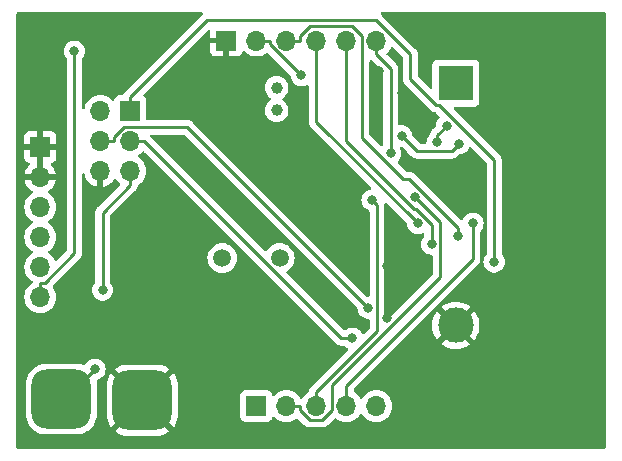
<source format=gbr>
%TF.GenerationSoftware,KiCad,Pcbnew,7.0.7*%
%TF.CreationDate,2024-12-30T17:22:27+01:00*%
%TF.ProjectId,Movement5037,4d6f7665-6d65-46e7-9435-3033372e6b69,rev?*%
%TF.SameCoordinates,Original*%
%TF.FileFunction,Copper,L2,Bot*%
%TF.FilePolarity,Positive*%
%FSLAX46Y46*%
G04 Gerber Fmt 4.6, Leading zero omitted, Abs format (unit mm)*
G04 Created by KiCad (PCBNEW 7.0.7) date 2024-12-30 17:22:27*
%MOMM*%
%LPD*%
G01*
G04 APERTURE LIST*
G04 Aperture macros list*
%AMRoundRect*
0 Rectangle with rounded corners*
0 $1 Rounding radius*
0 $2 $3 $4 $5 $6 $7 $8 $9 X,Y pos of 4 corners*
0 Add a 4 corners polygon primitive as box body*
4,1,4,$2,$3,$4,$5,$6,$7,$8,$9,$2,$3,0*
0 Add four circle primitives for the rounded corners*
1,1,$1+$1,$2,$3*
1,1,$1+$1,$4,$5*
1,1,$1+$1,$6,$7*
1,1,$1+$1,$8,$9*
0 Add four rect primitives between the rounded corners*
20,1,$1+$1,$2,$3,$4,$5,0*
20,1,$1+$1,$4,$5,$6,$7,0*
20,1,$1+$1,$6,$7,$8,$9,0*
20,1,$1+$1,$8,$9,$2,$3,0*%
G04 Aperture macros list end*
%TA.AperFunction,ComponentPad*%
%ADD10R,1.700000X1.700000*%
%TD*%
%TA.AperFunction,ComponentPad*%
%ADD11O,1.700000X1.700000*%
%TD*%
%TA.AperFunction,ComponentPad*%
%ADD12C,1.000000*%
%TD*%
%TA.AperFunction,ComponentPad*%
%ADD13C,1.500000*%
%TD*%
%TA.AperFunction,SMDPad,CuDef*%
%ADD14RoundRect,1.250000X1.250000X1.250000X-1.250000X1.250000X-1.250000X-1.250000X1.250000X-1.250000X0*%
%TD*%
%TA.AperFunction,ComponentPad*%
%ADD15R,3.000000X3.000000*%
%TD*%
%TA.AperFunction,ComponentPad*%
%ADD16C,3.000000*%
%TD*%
%TA.AperFunction,ViaPad*%
%ADD17C,0.800000*%
%TD*%
%TA.AperFunction,Conductor*%
%ADD18C,0.250000*%
%TD*%
G04 APERTURE END LIST*
D10*
%TO.P,J1,1,Pin_1*%
%TO.N,/WS2812_D*%
X87376000Y-96354000D03*
D11*
%TO.P,J1,2,Pin_2*%
%TO.N,/TM1637_CLK*%
X89916000Y-96354000D03*
%TO.P,J1,3,Pin_3*%
%TO.N,/TM1637_DIO*%
X92456000Y-96354000D03*
%TO.P,J1,4,Pin_4*%
%TO.N,/TIMEC*%
X94996000Y-96354000D03*
%TO.P,J1,5,Pin_5*%
%TO.N,/TIMED*%
X97536000Y-96354000D03*
%TD*%
D12*
%TO.P,Y2,1,1*%
%TO.N,Net-(U2-X1)*%
X89090000Y-69408000D03*
%TO.P,Y2,2,2*%
%TO.N,Net-(U2-X2)*%
X89090000Y-71308000D03*
%TD*%
D13*
%TO.P,Y1,1,1*%
%TO.N,Net-(U3-XTAL2{slash}PB7)*%
X84486500Y-83820000D03*
%TO.P,Y1,2,2*%
%TO.N,Net-(U3-XTAL1{slash}PB6)*%
X89366500Y-83820000D03*
%TD*%
D10*
%TO.P,J4,1,Pin_1*%
%TO.N,GND*%
X84836000Y-65405000D03*
D11*
%TO.P,J4,2,Pin_2*%
%TO.N,/1HZ*%
X87376000Y-65405000D03*
%TO.P,J4,3,Pin_3*%
%TO.N,/BTNC*%
X89916000Y-65405000D03*
%TO.P,J4,4,Pin_4*%
%TO.N,/BTNB*%
X92456000Y-65405000D03*
%TO.P,J4,5,Pin_5*%
%TO.N,/BTNA*%
X94996000Y-65405000D03*
%TO.P,J4,6,Pin_6*%
%TO.N,+5V*%
X97536000Y-65405000D03*
%TD*%
D14*
%TO.P,J8,1,1*%
%TO.N,Net-(D2-A)*%
X70866000Y-95758000D03*
%TD*%
%TO.P,J5,1,1*%
%TO.N,GND*%
X77724000Y-95854000D03*
%TD*%
D10*
%TO.P,J6,1,Pin_1*%
%TO.N,GND*%
X69088000Y-74422000D03*
D11*
%TO.P,J6,2,Pin_2*%
X69088000Y-76962000D03*
%TO.P,J6,3,Pin_3*%
%TO.N,Net-(D1-A)*%
X69088000Y-79502000D03*
%TO.P,J6,4,Pin_4*%
%TO.N,Net-(J6-Pin_4)*%
X69088000Y-82042000D03*
%TO.P,J6,5,Pin_5*%
%TO.N,Net-(J6-Pin_5)*%
X69088000Y-84582000D03*
%TO.P,J6,6,Pin_6*%
%TO.N,Net-(J6-Pin_6)*%
X69088000Y-87122000D03*
%TD*%
D15*
%TO.P,BT1,1,+*%
%TO.N,Net-(BT1-+)*%
X104267000Y-69030000D03*
D16*
%TO.P,BT1,2,-*%
%TO.N,GND*%
X104267000Y-89520000D03*
%TD*%
D10*
%TO.P,J7,1,MISO*%
%TO.N,Net-(J7-MISO)*%
X76708000Y-71374000D03*
D11*
%TO.P,J7,2,VCC*%
%TO.N,Net-(D3-A)*%
X74168000Y-71374000D03*
%TO.P,J7,3,SCK*%
%TO.N,Net-(J7-SCK)*%
X76708000Y-73914000D03*
%TO.P,J7,4,MOSI*%
%TO.N,Net-(J7-MOSI)*%
X74168000Y-73914000D03*
%TO.P,J7,5,~{RST}*%
%TO.N,/RST*%
X76708000Y-76454000D03*
%TO.P,J7,6,GND*%
%TO.N,GND*%
X74168000Y-76454000D03*
%TD*%
D17*
%TO.N,GND*%
X113665000Y-80010000D03*
X98425000Y-84455000D03*
X67945000Y-63500000D03*
X88900000Y-73660000D03*
X109855000Y-86360000D03*
X109855000Y-83185000D03*
X111760000Y-81915000D03*
X89535000Y-87630000D03*
X109220000Y-79375000D03*
X113665000Y-97790000D03*
X68580000Y-89535000D03*
X83820000Y-96520000D03*
X83185000Y-92075000D03*
X79375000Y-65405000D03*
X82550000Y-71120000D03*
X79375000Y-71120000D03*
X106680000Y-86995000D03*
X111125000Y-84455000D03*
X114935000Y-85090000D03*
X113030000Y-71755000D03*
X97790000Y-67945000D03*
X92710000Y-92710000D03*
X100330000Y-93980000D03*
X99695000Y-86360000D03*
X109220000Y-76200000D03*
X98425000Y-88900000D03*
X101600000Y-89535000D03*
X99695000Y-69850000D03*
X101600000Y-65405000D03*
X88265000Y-81915000D03*
%TO.N,Net-(J6-Pin_6)*%
X71969300Y-66304100D03*
%TO.N,/TM1637_DIO*%
X97178200Y-78913600D03*
%TO.N,/TM1637_CLK*%
X100848000Y-78688400D03*
%TO.N,/1HZ*%
X91200300Y-68362300D03*
%TO.N,/SDA*%
X104530100Y-74148700D03*
X99696300Y-73478700D03*
%TO.N,Net-(J7-MOSI)*%
X96843300Y-88058200D03*
%TO.N,Net-(J7-SCK)*%
X95515000Y-90612800D03*
%TO.N,Net-(J7-MISO)*%
X107514500Y-84150900D03*
%TO.N,/TIMEC*%
X105719100Y-80888500D03*
%TO.N,/BTNA*%
X102237600Y-82656000D03*
%TO.N,/BTNB*%
X101060700Y-80895500D03*
%TO.N,/BTNC*%
X104451000Y-81974400D03*
%TO.N,Net-(D2-A)*%
X73718600Y-93235000D03*
%TO.N,+5V*%
X98747200Y-74961900D03*
%TO.N,/RST*%
X74371600Y-86539300D03*
X103517200Y-72601500D03*
X102690400Y-74025000D03*
%TD*%
D18*
%TO.N,Net-(J6-Pin_6)*%
X71969300Y-83431600D02*
X71969300Y-66304100D01*
X69455800Y-85945100D02*
X71969300Y-83431600D01*
X69088000Y-85945100D02*
X69455800Y-85945100D01*
X69088000Y-87122000D02*
X69088000Y-85945100D01*
%TO.N,/TM1637_DIO*%
X97598100Y-90035000D02*
X92456000Y-95177100D01*
X97598100Y-79333500D02*
X97598100Y-90035000D01*
X97178200Y-78913600D02*
X97598100Y-79333500D01*
X92456000Y-96354000D02*
X92456000Y-95177100D01*
%TO.N,/TM1637_CLK*%
X89916000Y-96354000D02*
X91092900Y-96354000D01*
X102964500Y-80804900D02*
X100848000Y-78688400D01*
X102964500Y-85442700D02*
X102964500Y-80804900D01*
X93819100Y-94588100D02*
X102964500Y-85442700D01*
X93819100Y-96682100D02*
X93819100Y-94588100D01*
X92970300Y-97530900D02*
X93819100Y-96682100D01*
X91904000Y-97530900D02*
X92970300Y-97530900D01*
X91092900Y-96719800D02*
X91904000Y-97530900D01*
X91092900Y-96354000D02*
X91092900Y-96719800D01*
%TO.N,/1HZ*%
X88552900Y-65714900D02*
X91200300Y-68362300D01*
X88552900Y-65405000D02*
X88552900Y-65714900D01*
X87376000Y-65405000D02*
X88552900Y-65405000D01*
%TO.N,/SDA*%
X100990700Y-74773100D02*
X99696300Y-73478700D01*
X103905700Y-74773100D02*
X100990700Y-74773100D01*
X104530100Y-74148700D02*
X103905700Y-74773100D01*
%TO.N,Net-(J7-MOSI)*%
X75344900Y-73548200D02*
X75344900Y-73914000D01*
X76156000Y-72737100D02*
X75344900Y-73548200D01*
X81522200Y-72737100D02*
X76156000Y-72737100D01*
X96843300Y-88058200D02*
X81522200Y-72737100D01*
X74168000Y-73914000D02*
X75344900Y-73914000D01*
%TO.N,Net-(J7-SCK)*%
X94583700Y-90612800D02*
X95515000Y-90612800D01*
X77884900Y-73914000D02*
X94583700Y-90612800D01*
X76708000Y-73914000D02*
X77884900Y-73914000D01*
%TO.N,Net-(J7-MISO)*%
X76708000Y-71374000D02*
X76708000Y-70197100D01*
X107514500Y-75522400D02*
X107514500Y-84150900D01*
X102849000Y-70856900D02*
X107514500Y-75522400D01*
X102578300Y-70856900D02*
X102849000Y-70856900D01*
X100421700Y-68700300D02*
X102578300Y-70856900D01*
X100421700Y-66558100D02*
X100421700Y-68700300D01*
X97552000Y-63688400D02*
X100421700Y-66558100D01*
X83216700Y-63688400D02*
X97552000Y-63688400D01*
X76708000Y-70197100D02*
X83216700Y-63688400D01*
%TO.N,/TIMEC*%
X94996000Y-94635900D02*
X94996000Y-96354000D01*
X105719100Y-83912800D02*
X94996000Y-94635900D01*
X105719100Y-80888500D02*
X105719100Y-83912800D01*
%TO.N,/BTNA*%
X102237600Y-80984100D02*
X102237600Y-82656000D01*
X100886100Y-79632600D02*
X102237600Y-80984100D01*
X100738900Y-79632600D02*
X100886100Y-79632600D01*
X94996000Y-73889700D02*
X100738900Y-79632600D01*
X94996000Y-65405000D02*
X94996000Y-73889700D01*
%TO.N,/BTNB*%
X92456000Y-72290800D02*
X101060700Y-80895500D01*
X92456000Y-65405000D02*
X92456000Y-72290800D01*
%TO.N,/BTNC*%
X89916000Y-65405000D02*
X91092900Y-65405000D01*
X104451000Y-81263400D02*
X104451000Y-81974400D01*
X100311900Y-77124300D02*
X104451000Y-81263400D01*
X99831500Y-77124300D02*
X100311900Y-77124300D01*
X96331900Y-73624700D02*
X99831500Y-77124300D01*
X96331900Y-65041900D02*
X96331900Y-73624700D01*
X95474200Y-64184200D02*
X96331900Y-65041900D01*
X91945900Y-64184200D02*
X95474200Y-64184200D01*
X91092900Y-65037200D02*
X91945900Y-64184200D01*
X91092900Y-65405000D02*
X91092900Y-65037200D01*
%TO.N,Net-(D2-A)*%
X71195600Y-95758000D02*
X73718600Y-93235000D01*
X70866000Y-95758000D02*
X71195600Y-95758000D01*
%TO.N,+5V*%
X98747200Y-67793100D02*
X98747200Y-74961900D01*
X97536000Y-66581900D02*
X98747200Y-67793100D01*
X97536000Y-65405000D02*
X97536000Y-66581900D01*
%TO.N,/RST*%
X76708000Y-76454000D02*
X76708000Y-77630900D01*
X102690400Y-73428300D02*
X102690400Y-74025000D01*
X103517200Y-72601500D02*
X102690400Y-73428300D01*
X74371600Y-79967300D02*
X74371600Y-86539300D01*
X76708000Y-77630900D02*
X74371600Y-79967300D01*
%TD*%
%TA.AperFunction,Conductor*%
%TO.N,GND*%
G36*
X82784756Y-63020185D02*
G01*
X82830511Y-63072989D01*
X82840455Y-63142147D01*
X82811430Y-63205703D01*
X82790607Y-63224813D01*
X82787380Y-63227158D01*
X82785111Y-63228807D01*
X82755410Y-63264709D01*
X82751477Y-63269031D01*
X76324208Y-69696299D01*
X76311951Y-69706120D01*
X76312134Y-69706341D01*
X76306123Y-69711313D01*
X76258772Y-69761736D01*
X76237889Y-69782619D01*
X76237877Y-69782632D01*
X76233621Y-69788117D01*
X76229837Y-69792547D01*
X76197937Y-69826518D01*
X76197936Y-69826520D01*
X76188284Y-69844076D01*
X76177610Y-69860326D01*
X76165329Y-69876161D01*
X76165324Y-69876168D01*
X76146815Y-69918939D01*
X76144244Y-69924186D01*
X76124974Y-69959238D01*
X76075427Y-70008502D01*
X76016313Y-70023500D01*
X75810130Y-70023500D01*
X75810123Y-70023501D01*
X75750516Y-70029908D01*
X75615671Y-70080202D01*
X75615664Y-70080206D01*
X75500455Y-70166452D01*
X75500452Y-70166455D01*
X75414206Y-70281664D01*
X75414203Y-70281669D01*
X75365189Y-70413083D01*
X75323317Y-70469016D01*
X75257853Y-70493433D01*
X75189580Y-70478581D01*
X75161326Y-70457430D01*
X75039402Y-70335506D01*
X75039395Y-70335501D01*
X74845834Y-70199967D01*
X74845830Y-70199965D01*
X74845828Y-70199964D01*
X74631663Y-70100097D01*
X74631659Y-70100096D01*
X74631655Y-70100094D01*
X74403413Y-70038938D01*
X74403403Y-70038936D01*
X74168001Y-70018341D01*
X74167999Y-70018341D01*
X73932596Y-70038936D01*
X73932586Y-70038938D01*
X73704344Y-70100094D01*
X73704335Y-70100098D01*
X73490171Y-70199964D01*
X73490169Y-70199965D01*
X73296597Y-70335505D01*
X73129505Y-70502597D01*
X72993965Y-70696169D01*
X72993964Y-70696171D01*
X72894098Y-70910335D01*
X72894094Y-70910344D01*
X72838575Y-71117550D01*
X72802210Y-71177211D01*
X72739363Y-71207740D01*
X72669988Y-71199445D01*
X72616110Y-71154960D01*
X72594835Y-71088408D01*
X72594800Y-71085457D01*
X72594800Y-67002787D01*
X72614485Y-66935748D01*
X72626650Y-66919815D01*
X72657428Y-66885632D01*
X72701833Y-66836316D01*
X72796479Y-66672384D01*
X72854974Y-66492356D01*
X72874760Y-66304100D01*
X72854974Y-66115844D01*
X72796479Y-65935816D01*
X72701833Y-65771884D01*
X72575171Y-65631212D01*
X72575170Y-65631211D01*
X72422034Y-65519951D01*
X72422029Y-65519948D01*
X72249107Y-65442957D01*
X72249102Y-65442955D01*
X72103300Y-65411965D01*
X72063946Y-65403600D01*
X71874654Y-65403600D01*
X71842197Y-65410498D01*
X71689497Y-65442955D01*
X71689492Y-65442957D01*
X71516570Y-65519948D01*
X71516565Y-65519951D01*
X71363429Y-65631211D01*
X71236766Y-65771885D01*
X71142121Y-65935815D01*
X71142118Y-65935822D01*
X71090416Y-66094947D01*
X71083626Y-66115844D01*
X71063840Y-66304100D01*
X71083626Y-66492356D01*
X71083627Y-66492359D01*
X71142118Y-66672377D01*
X71142121Y-66672384D01*
X71236767Y-66836316D01*
X71265792Y-66868551D01*
X71311950Y-66919815D01*
X71342180Y-66982806D01*
X71343800Y-67002787D01*
X71343800Y-83121146D01*
X71324115Y-83188185D01*
X71307481Y-83208827D01*
X70498594Y-84017714D01*
X70437271Y-84051199D01*
X70367579Y-84046215D01*
X70311646Y-84004343D01*
X70298535Y-83982446D01*
X70262035Y-83904171D01*
X70235971Y-83866948D01*
X70126494Y-83710597D01*
X69959402Y-83543506D01*
X69959396Y-83543501D01*
X69773842Y-83413575D01*
X69730217Y-83358998D01*
X69723023Y-83289500D01*
X69754546Y-83227145D01*
X69773842Y-83210425D01*
X69805604Y-83188185D01*
X69959401Y-83080495D01*
X70126495Y-82913401D01*
X70262035Y-82719830D01*
X70361903Y-82505663D01*
X70423063Y-82277408D01*
X70443659Y-82042000D01*
X70423063Y-81806592D01*
X70361903Y-81578337D01*
X70262035Y-81364171D01*
X70186843Y-81256784D01*
X70126494Y-81170597D01*
X69959402Y-81003506D01*
X69959396Y-81003501D01*
X69773842Y-80873575D01*
X69730217Y-80818998D01*
X69723023Y-80749500D01*
X69754546Y-80687145D01*
X69773842Y-80670425D01*
X69819141Y-80638706D01*
X69959401Y-80540495D01*
X70126495Y-80373401D01*
X70262035Y-80179830D01*
X70361903Y-79965663D01*
X70423063Y-79737408D01*
X70443659Y-79502000D01*
X70423063Y-79266592D01*
X70361903Y-79038337D01*
X70262035Y-78824171D01*
X70238156Y-78790067D01*
X70126494Y-78630597D01*
X69959402Y-78463506D01*
X69959401Y-78463505D01*
X69773405Y-78333269D01*
X69729781Y-78278692D01*
X69722588Y-78209193D01*
X69754110Y-78146839D01*
X69773405Y-78130119D01*
X69959082Y-78000105D01*
X70126105Y-77833082D01*
X70261600Y-77639578D01*
X70361429Y-77425492D01*
X70361432Y-77425486D01*
X70418636Y-77212000D01*
X69701347Y-77212000D01*
X69634308Y-77192315D01*
X69588553Y-77139511D01*
X69578609Y-77070353D01*
X69582369Y-77053067D01*
X69588000Y-77033888D01*
X69588000Y-76890111D01*
X69582369Y-76870933D01*
X69582370Y-76801064D01*
X69620145Y-76742286D01*
X69683701Y-76713262D01*
X69701347Y-76712000D01*
X70418636Y-76712000D01*
X70418635Y-76711999D01*
X70361432Y-76498513D01*
X70361429Y-76498507D01*
X70261600Y-76284422D01*
X70261599Y-76284420D01*
X70126113Y-76090926D01*
X70126108Y-76090920D01*
X70003665Y-75968477D01*
X69970180Y-75907154D01*
X69975164Y-75837462D01*
X70017036Y-75781529D01*
X70048013Y-75764614D01*
X70180086Y-75715354D01*
X70180093Y-75715350D01*
X70295187Y-75629190D01*
X70295190Y-75629187D01*
X70381350Y-75514093D01*
X70381354Y-75514086D01*
X70431596Y-75379379D01*
X70431598Y-75379372D01*
X70437999Y-75319844D01*
X70438000Y-75319827D01*
X70438000Y-74672000D01*
X69701347Y-74672000D01*
X69634308Y-74652315D01*
X69588553Y-74599511D01*
X69578609Y-74530353D01*
X69582369Y-74513067D01*
X69588000Y-74493888D01*
X69588000Y-74350111D01*
X69582369Y-74330933D01*
X69582370Y-74261064D01*
X69620145Y-74202286D01*
X69683701Y-74173262D01*
X69701347Y-74172000D01*
X70438000Y-74172000D01*
X70438000Y-73524172D01*
X70437999Y-73524155D01*
X70431598Y-73464627D01*
X70431596Y-73464620D01*
X70381354Y-73329913D01*
X70381350Y-73329906D01*
X70295190Y-73214812D01*
X70295187Y-73214809D01*
X70180093Y-73128649D01*
X70180086Y-73128645D01*
X70045379Y-73078403D01*
X70045372Y-73078401D01*
X69985844Y-73072000D01*
X69338000Y-73072000D01*
X69338000Y-73809698D01*
X69318315Y-73876737D01*
X69265511Y-73922492D01*
X69196355Y-73932436D01*
X69123766Y-73922000D01*
X69123763Y-73922000D01*
X69052237Y-73922000D01*
X69052233Y-73922000D01*
X68979645Y-73932436D01*
X68910487Y-73922492D01*
X68857684Y-73876736D01*
X68838000Y-73809698D01*
X68838000Y-73072000D01*
X68190155Y-73072000D01*
X68130627Y-73078401D01*
X68130620Y-73078403D01*
X67995913Y-73128645D01*
X67995906Y-73128649D01*
X67880812Y-73214809D01*
X67880809Y-73214812D01*
X67794649Y-73329906D01*
X67794645Y-73329913D01*
X67744403Y-73464620D01*
X67744401Y-73464627D01*
X67738000Y-73524155D01*
X67738000Y-74172000D01*
X68474653Y-74172000D01*
X68541692Y-74191685D01*
X68587447Y-74244489D01*
X68597391Y-74313647D01*
X68593631Y-74330933D01*
X68588000Y-74350111D01*
X68588000Y-74493888D01*
X68593631Y-74513067D01*
X68593630Y-74582936D01*
X68555855Y-74641714D01*
X68492299Y-74670738D01*
X68474653Y-74672000D01*
X67738000Y-74672000D01*
X67738000Y-75319844D01*
X67744401Y-75379372D01*
X67744403Y-75379379D01*
X67794645Y-75514086D01*
X67794649Y-75514093D01*
X67880809Y-75629187D01*
X67880812Y-75629190D01*
X67995906Y-75715350D01*
X67995913Y-75715354D01*
X68127986Y-75764614D01*
X68183920Y-75806485D01*
X68208337Y-75871949D01*
X68193486Y-75940222D01*
X68172335Y-75968477D01*
X68049886Y-76090926D01*
X67914400Y-76284420D01*
X67914399Y-76284422D01*
X67814570Y-76498507D01*
X67814567Y-76498513D01*
X67757364Y-76711999D01*
X67757364Y-76712000D01*
X68474653Y-76712000D01*
X68541692Y-76731685D01*
X68587447Y-76784489D01*
X68597391Y-76853647D01*
X68593631Y-76870933D01*
X68588000Y-76890111D01*
X68588000Y-77033888D01*
X68593631Y-77053067D01*
X68593630Y-77122936D01*
X68555855Y-77181714D01*
X68492299Y-77210738D01*
X68474653Y-77212000D01*
X67757364Y-77212000D01*
X67814567Y-77425486D01*
X67814570Y-77425492D01*
X67914399Y-77639578D01*
X68049894Y-77833082D01*
X68216917Y-78000105D01*
X68402595Y-78130119D01*
X68446219Y-78184696D01*
X68453412Y-78254195D01*
X68421890Y-78316549D01*
X68402595Y-78333269D01*
X68216594Y-78463508D01*
X68049505Y-78630597D01*
X67913965Y-78824169D01*
X67913964Y-78824171D01*
X67814098Y-79038335D01*
X67814094Y-79038344D01*
X67752938Y-79266586D01*
X67752936Y-79266596D01*
X67732341Y-79501999D01*
X67732341Y-79502000D01*
X67752936Y-79737403D01*
X67752938Y-79737413D01*
X67814094Y-79965655D01*
X67814096Y-79965659D01*
X67814097Y-79965663D01*
X67913965Y-80179830D01*
X67913967Y-80179834D01*
X68049501Y-80373395D01*
X68049506Y-80373402D01*
X68216597Y-80540493D01*
X68216603Y-80540498D01*
X68402158Y-80670425D01*
X68445783Y-80725002D01*
X68452977Y-80794500D01*
X68421454Y-80856855D01*
X68402158Y-80873575D01*
X68216597Y-81003505D01*
X68049505Y-81170597D01*
X67913965Y-81364169D01*
X67913964Y-81364171D01*
X67814098Y-81578335D01*
X67814094Y-81578344D01*
X67752938Y-81806586D01*
X67752936Y-81806596D01*
X67732341Y-82041999D01*
X67732341Y-82042000D01*
X67752936Y-82277403D01*
X67752938Y-82277413D01*
X67814094Y-82505655D01*
X67814096Y-82505659D01*
X67814097Y-82505663D01*
X67898642Y-82686969D01*
X67913965Y-82719830D01*
X67913967Y-82719834D01*
X68049501Y-82913395D01*
X68049506Y-82913402D01*
X68216597Y-83080493D01*
X68216603Y-83080498D01*
X68402158Y-83210425D01*
X68445783Y-83265002D01*
X68452977Y-83334500D01*
X68421454Y-83396855D01*
X68402158Y-83413575D01*
X68216597Y-83543505D01*
X68049505Y-83710597D01*
X67913965Y-83904169D01*
X67913964Y-83904171D01*
X67851569Y-84037979D01*
X67815171Y-84116035D01*
X67814098Y-84118335D01*
X67814094Y-84118344D01*
X67752938Y-84346586D01*
X67752936Y-84346596D01*
X67732341Y-84581999D01*
X67732341Y-84582000D01*
X67752936Y-84817403D01*
X67752938Y-84817413D01*
X67814094Y-85045655D01*
X67814096Y-85045659D01*
X67814097Y-85045663D01*
X67885733Y-85199286D01*
X67913965Y-85259830D01*
X67913967Y-85259834D01*
X68049501Y-85453395D01*
X68049506Y-85453402D01*
X68216597Y-85620493D01*
X68216603Y-85620498D01*
X68402158Y-85750425D01*
X68445783Y-85805002D01*
X68452977Y-85874500D01*
X68421454Y-85936855D01*
X68402158Y-85953575D01*
X68216597Y-86083505D01*
X68049505Y-86250597D01*
X67913965Y-86444169D01*
X67913964Y-86444171D01*
X67814098Y-86658335D01*
X67814094Y-86658344D01*
X67752938Y-86886586D01*
X67752936Y-86886596D01*
X67732341Y-87121999D01*
X67732341Y-87122000D01*
X67752936Y-87357403D01*
X67752938Y-87357413D01*
X67814094Y-87585655D01*
X67814096Y-87585659D01*
X67814097Y-87585663D01*
X67865591Y-87696091D01*
X67913965Y-87799830D01*
X67913967Y-87799834D01*
X68012031Y-87939883D01*
X68049505Y-87993401D01*
X68216599Y-88160495D01*
X68313384Y-88228264D01*
X68410165Y-88296032D01*
X68410167Y-88296033D01*
X68410170Y-88296035D01*
X68624337Y-88395903D01*
X68852592Y-88457063D01*
X69040918Y-88473539D01*
X69087999Y-88477659D01*
X69088000Y-88477659D01*
X69088001Y-88477659D01*
X69127234Y-88474226D01*
X69323408Y-88457063D01*
X69551663Y-88395903D01*
X69765830Y-88296035D01*
X69959401Y-88160495D01*
X70126495Y-87993401D01*
X70262035Y-87799830D01*
X70361903Y-87585663D01*
X70423063Y-87357408D01*
X70443659Y-87122000D01*
X70441494Y-87097260D01*
X70433295Y-87003547D01*
X70423063Y-86886592D01*
X70361903Y-86658337D01*
X70262035Y-86444171D01*
X70196824Y-86351040D01*
X70148448Y-86281951D01*
X70126121Y-86215745D01*
X70143131Y-86147978D01*
X70162338Y-86123151D01*
X72353086Y-83932402D01*
X72365348Y-83922580D01*
X72365165Y-83922359D01*
X72371167Y-83917392D01*
X72371177Y-83917386D01*
X72418541Y-83866948D01*
X72439420Y-83846070D01*
X72443670Y-83840589D01*
X72447451Y-83836161D01*
X72479362Y-83802182D01*
X72489013Y-83784624D01*
X72499696Y-83768361D01*
X72511973Y-83752536D01*
X72530483Y-83709758D01*
X72533043Y-83704532D01*
X72555497Y-83663692D01*
X72560478Y-83644287D01*
X72566782Y-83625879D01*
X72574738Y-83607495D01*
X72582029Y-83561453D01*
X72583208Y-83555762D01*
X72594800Y-83510619D01*
X72594800Y-83490582D01*
X72596327Y-83471182D01*
X72599460Y-83451404D01*
X72595075Y-83405015D01*
X72594800Y-83399177D01*
X72594800Y-76740611D01*
X72614485Y-76673572D01*
X72667289Y-76627817D01*
X72736447Y-76617873D01*
X72800003Y-76646898D01*
X72837777Y-76705676D01*
X72838575Y-76708518D01*
X72894566Y-76917483D01*
X72894570Y-76917492D01*
X72994399Y-77131578D01*
X73129894Y-77325082D01*
X73296917Y-77492105D01*
X73490421Y-77627600D01*
X73704507Y-77727429D01*
X73704516Y-77727433D01*
X73918000Y-77784634D01*
X73918000Y-77066301D01*
X73937685Y-76999262D01*
X73990489Y-76953507D01*
X74059647Y-76943563D01*
X74132237Y-76954000D01*
X74132238Y-76954000D01*
X74203762Y-76954000D01*
X74203763Y-76954000D01*
X74276353Y-76943563D01*
X74345512Y-76953507D01*
X74398315Y-76999262D01*
X74418000Y-77066301D01*
X74418000Y-77784633D01*
X74631483Y-77727433D01*
X74631492Y-77727429D01*
X74845578Y-77627600D01*
X75039082Y-77492105D01*
X75206105Y-77325082D01*
X75336119Y-77139405D01*
X75390696Y-77095781D01*
X75460195Y-77088588D01*
X75522549Y-77120110D01*
X75539269Y-77139405D01*
X75669505Y-77325401D01*
X75669506Y-77325402D01*
X75811525Y-77467421D01*
X75845010Y-77528744D01*
X75840026Y-77598436D01*
X75811525Y-77642783D01*
X73987808Y-79466499D01*
X73975551Y-79476320D01*
X73975734Y-79476541D01*
X73969723Y-79481513D01*
X73922372Y-79531936D01*
X73901489Y-79552819D01*
X73901477Y-79552832D01*
X73897221Y-79558317D01*
X73893437Y-79562747D01*
X73861537Y-79596718D01*
X73861536Y-79596720D01*
X73851884Y-79614276D01*
X73841210Y-79630526D01*
X73828929Y-79646361D01*
X73828924Y-79646368D01*
X73810415Y-79689138D01*
X73807845Y-79694384D01*
X73785403Y-79735206D01*
X73780422Y-79754607D01*
X73774121Y-79773010D01*
X73766162Y-79791402D01*
X73766161Y-79791405D01*
X73758871Y-79837427D01*
X73757687Y-79843146D01*
X73746101Y-79888272D01*
X73746100Y-79888282D01*
X73746100Y-79908316D01*
X73744573Y-79927715D01*
X73741440Y-79947494D01*
X73741440Y-79947495D01*
X73745825Y-79993883D01*
X73746100Y-79999721D01*
X73746100Y-85840612D01*
X73726415Y-85907651D01*
X73714250Y-85923584D01*
X73639066Y-86007084D01*
X73544421Y-86171015D01*
X73544418Y-86171022D01*
X73485927Y-86351040D01*
X73485926Y-86351044D01*
X73466140Y-86539300D01*
X73485926Y-86727556D01*
X73485927Y-86727559D01*
X73544418Y-86907577D01*
X73544421Y-86907584D01*
X73639067Y-87071516D01*
X73716668Y-87157700D01*
X73765729Y-87212188D01*
X73918865Y-87323448D01*
X73918870Y-87323451D01*
X74091792Y-87400442D01*
X74091797Y-87400444D01*
X74276954Y-87439800D01*
X74276955Y-87439800D01*
X74466244Y-87439800D01*
X74466246Y-87439800D01*
X74651403Y-87400444D01*
X74824330Y-87323451D01*
X74977471Y-87212188D01*
X75104133Y-87071516D01*
X75198779Y-86907584D01*
X75257274Y-86727556D01*
X75277060Y-86539300D01*
X75257274Y-86351044D01*
X75198779Y-86171016D01*
X75104133Y-86007084D01*
X75028950Y-85923584D01*
X74998720Y-85860592D01*
X74997100Y-85840612D01*
X74997100Y-83820002D01*
X83231223Y-83820002D01*
X83233025Y-83840601D01*
X83247350Y-84004343D01*
X83250293Y-84037975D01*
X83250293Y-84037979D01*
X83306922Y-84249322D01*
X83306924Y-84249326D01*
X83306925Y-84249330D01*
X83343272Y-84327276D01*
X83399397Y-84447638D01*
X83399398Y-84447639D01*
X83524902Y-84626877D01*
X83679623Y-84781598D01*
X83858861Y-84907102D01*
X84057170Y-84999575D01*
X84268523Y-85056207D01*
X84451426Y-85072208D01*
X84486498Y-85075277D01*
X84486500Y-85075277D01*
X84486502Y-85075277D01*
X84514754Y-85072805D01*
X84704477Y-85056207D01*
X84915830Y-84999575D01*
X85114139Y-84907102D01*
X85293377Y-84781598D01*
X85448098Y-84626877D01*
X85573602Y-84447639D01*
X85666075Y-84249330D01*
X85722707Y-84037977D01*
X85741777Y-83820000D01*
X85722707Y-83602023D01*
X85669140Y-83402107D01*
X85666077Y-83390677D01*
X85666076Y-83390676D01*
X85666075Y-83390670D01*
X85573602Y-83192362D01*
X85573600Y-83192359D01*
X85573599Y-83192357D01*
X85448099Y-83013124D01*
X85448096Y-83013121D01*
X85293377Y-82858402D01*
X85147585Y-82756317D01*
X85114138Y-82732897D01*
X85014984Y-82686661D01*
X84915830Y-82640425D01*
X84915826Y-82640424D01*
X84915822Y-82640422D01*
X84704477Y-82583793D01*
X84486502Y-82564723D01*
X84486498Y-82564723D01*
X84378460Y-82574175D01*
X84268523Y-82583793D01*
X84268520Y-82583793D01*
X84057177Y-82640422D01*
X84057168Y-82640426D01*
X83858861Y-82732898D01*
X83858857Y-82732900D01*
X83679621Y-82858402D01*
X83524902Y-83013121D01*
X83399400Y-83192357D01*
X83399398Y-83192361D01*
X83306926Y-83390668D01*
X83306922Y-83390677D01*
X83250293Y-83602020D01*
X83250293Y-83602024D01*
X83231223Y-83819997D01*
X83231223Y-83820002D01*
X74997100Y-83820002D01*
X74997100Y-80277751D01*
X75016785Y-80210712D01*
X75033419Y-80190070D01*
X76047442Y-79176047D01*
X77091786Y-78131702D01*
X77104048Y-78121880D01*
X77103865Y-78121659D01*
X77109867Y-78116692D01*
X77109877Y-78116686D01*
X77157241Y-78066248D01*
X77178120Y-78045370D01*
X77182373Y-78039886D01*
X77186150Y-78035463D01*
X77218062Y-78001482D01*
X77227714Y-77983923D01*
X77238389Y-77967672D01*
X77250674Y-77951836D01*
X77269186Y-77909052D01*
X77271742Y-77903835D01*
X77294197Y-77862992D01*
X77299180Y-77843580D01*
X77305477Y-77825191D01*
X77313438Y-77806795D01*
X77320729Y-77760753D01*
X77321908Y-77755062D01*
X77333500Y-77709919D01*
X77335441Y-77702361D01*
X77338021Y-77703023D01*
X77360810Y-77650764D01*
X77384782Y-77628768D01*
X77385826Y-77628036D01*
X77385830Y-77628035D01*
X77579401Y-77492495D01*
X77746495Y-77325401D01*
X77882035Y-77131830D01*
X77981903Y-76917663D01*
X78043063Y-76689408D01*
X78063659Y-76454000D01*
X78043063Y-76218592D01*
X77981903Y-75990337D01*
X77882035Y-75776171D01*
X77876731Y-75768595D01*
X77746494Y-75582597D01*
X77579402Y-75415506D01*
X77579396Y-75415501D01*
X77393842Y-75285575D01*
X77350217Y-75230998D01*
X77343023Y-75161500D01*
X77374546Y-75099145D01*
X77393842Y-75082425D01*
X77497501Y-75009842D01*
X77579401Y-74952495D01*
X77721422Y-74810474D01*
X77782745Y-74776989D01*
X77852437Y-74781973D01*
X77896783Y-74810473D01*
X85999704Y-82913395D01*
X94082897Y-90996588D01*
X94092722Y-91008851D01*
X94092943Y-91008669D01*
X94097914Y-91014678D01*
X94123917Y-91039095D01*
X94148335Y-91062026D01*
X94169229Y-91082920D01*
X94174711Y-91087173D01*
X94179143Y-91090957D01*
X94213118Y-91122862D01*
X94230676Y-91132514D01*
X94246935Y-91143195D01*
X94262764Y-91155473D01*
X94305538Y-91173982D01*
X94310756Y-91176538D01*
X94351608Y-91198997D01*
X94371016Y-91203980D01*
X94389417Y-91210280D01*
X94407804Y-91218237D01*
X94451188Y-91225108D01*
X94453819Y-91225525D01*
X94459539Y-91226709D01*
X94504681Y-91238300D01*
X94524716Y-91238300D01*
X94544114Y-91239826D01*
X94563894Y-91242959D01*
X94563895Y-91242960D01*
X94563895Y-91242959D01*
X94563896Y-91242960D01*
X94610283Y-91238575D01*
X94616122Y-91238300D01*
X94811252Y-91238300D01*
X94878291Y-91257985D01*
X94903400Y-91279326D01*
X94909126Y-91285685D01*
X94909130Y-91285689D01*
X95062265Y-91396948D01*
X95062267Y-91396949D01*
X95062270Y-91396951D01*
X95097616Y-91412688D01*
X95150852Y-91457939D01*
X95171173Y-91524788D01*
X95152127Y-91592011D01*
X95134860Y-91613648D01*
X92072208Y-94676299D01*
X92059951Y-94686120D01*
X92060134Y-94686341D01*
X92054123Y-94691313D01*
X92006772Y-94741736D01*
X91985889Y-94762619D01*
X91985877Y-94762632D01*
X91981621Y-94768117D01*
X91977837Y-94772547D01*
X91945937Y-94806518D01*
X91945936Y-94806520D01*
X91936284Y-94824076D01*
X91925610Y-94840326D01*
X91913329Y-94856161D01*
X91913324Y-94856168D01*
X91894815Y-94898938D01*
X91892245Y-94904184D01*
X91869803Y-94945006D01*
X91864822Y-94964407D01*
X91858521Y-94982810D01*
X91850562Y-95001202D01*
X91850561Y-95001205D01*
X91843271Y-95047227D01*
X91842087Y-95052946D01*
X91828560Y-95105634D01*
X91825982Y-95104972D01*
X91803179Y-95157249D01*
X91779217Y-95179232D01*
X91584597Y-95315505D01*
X91417508Y-95482594D01*
X91287574Y-95668160D01*
X91232997Y-95711784D01*
X91163498Y-95718977D01*
X91101144Y-95687455D01*
X91084429Y-95668164D01*
X90954495Y-95482599D01*
X90954493Y-95482596D01*
X90787402Y-95315506D01*
X90787395Y-95315501D01*
X90593834Y-95179967D01*
X90593830Y-95179965D01*
X90545216Y-95157296D01*
X90379663Y-95080097D01*
X90379659Y-95080096D01*
X90379655Y-95080094D01*
X90151413Y-95018938D01*
X90151403Y-95018936D01*
X89916001Y-94998341D01*
X89915999Y-94998341D01*
X89680596Y-95018936D01*
X89680586Y-95018938D01*
X89452344Y-95080094D01*
X89452335Y-95080098D01*
X89238171Y-95179964D01*
X89238169Y-95179965D01*
X89044600Y-95315503D01*
X88922673Y-95437430D01*
X88861350Y-95470914D01*
X88791658Y-95465930D01*
X88735725Y-95424058D01*
X88718810Y-95393081D01*
X88669797Y-95261671D01*
X88669793Y-95261664D01*
X88583547Y-95146455D01*
X88583544Y-95146452D01*
X88468335Y-95060206D01*
X88468328Y-95060202D01*
X88333482Y-95009908D01*
X88333483Y-95009908D01*
X88273883Y-95003501D01*
X88273881Y-95003500D01*
X88273873Y-95003500D01*
X88273864Y-95003500D01*
X86478129Y-95003500D01*
X86478123Y-95003501D01*
X86418516Y-95009908D01*
X86283671Y-95060202D01*
X86283664Y-95060206D01*
X86168455Y-95146452D01*
X86168452Y-95146455D01*
X86082206Y-95261664D01*
X86082202Y-95261671D01*
X86031908Y-95396517D01*
X86025501Y-95456116D01*
X86025500Y-95456135D01*
X86025500Y-97251870D01*
X86025501Y-97251876D01*
X86031908Y-97311483D01*
X86082202Y-97446328D01*
X86082206Y-97446335D01*
X86168452Y-97561544D01*
X86168455Y-97561547D01*
X86283664Y-97647793D01*
X86283671Y-97647797D01*
X86418517Y-97698091D01*
X86418516Y-97698091D01*
X86425444Y-97698835D01*
X86478127Y-97704500D01*
X88273872Y-97704499D01*
X88333483Y-97698091D01*
X88468331Y-97647796D01*
X88583546Y-97561546D01*
X88669796Y-97446331D01*
X88718810Y-97314916D01*
X88760681Y-97258984D01*
X88826145Y-97234566D01*
X88894418Y-97249417D01*
X88922673Y-97270569D01*
X89044599Y-97392495D01*
X89141384Y-97460264D01*
X89238165Y-97528032D01*
X89238167Y-97528033D01*
X89238170Y-97528035D01*
X89452337Y-97627903D01*
X89680592Y-97689063D01*
X89857034Y-97704500D01*
X89915999Y-97709659D01*
X89916000Y-97709659D01*
X89916001Y-97709659D01*
X89974966Y-97704500D01*
X90151408Y-97689063D01*
X90379663Y-97627903D01*
X90593830Y-97528035D01*
X90757225Y-97413624D01*
X90823429Y-97391297D01*
X90891196Y-97408307D01*
X90916028Y-97427518D01*
X91403194Y-97914684D01*
X91413019Y-97926948D01*
X91413240Y-97926766D01*
X91418210Y-97932773D01*
X91418213Y-97932776D01*
X91418214Y-97932777D01*
X91468651Y-97980141D01*
X91489530Y-98001020D01*
X91495004Y-98005266D01*
X91499442Y-98009056D01*
X91533418Y-98040962D01*
X91533422Y-98040964D01*
X91550973Y-98050613D01*
X91567231Y-98061292D01*
X91583064Y-98073574D01*
X91605015Y-98083072D01*
X91625837Y-98092083D01*
X91631081Y-98094652D01*
X91671908Y-98117097D01*
X91691312Y-98122079D01*
X91709710Y-98128378D01*
X91728105Y-98136338D01*
X91774129Y-98143626D01*
X91779832Y-98144807D01*
X91824981Y-98156400D01*
X91845016Y-98156400D01*
X91864413Y-98157926D01*
X91884196Y-98161060D01*
X91930583Y-98156675D01*
X91936422Y-98156400D01*
X92887557Y-98156400D01*
X92903177Y-98158124D01*
X92903204Y-98157839D01*
X92910960Y-98158571D01*
X92910967Y-98158573D01*
X92980114Y-98156400D01*
X93009650Y-98156400D01*
X93016528Y-98155530D01*
X93022341Y-98155072D01*
X93068927Y-98153609D01*
X93088169Y-98148017D01*
X93107212Y-98144074D01*
X93127092Y-98141564D01*
X93170422Y-98124407D01*
X93175946Y-98122517D01*
X93179696Y-98121427D01*
X93220690Y-98109518D01*
X93237929Y-98099322D01*
X93255403Y-98090762D01*
X93274027Y-98083388D01*
X93274027Y-98083387D01*
X93274032Y-98083386D01*
X93311749Y-98055982D01*
X93316605Y-98052792D01*
X93356720Y-98029070D01*
X93370889Y-98014899D01*
X93385679Y-98002268D01*
X93401887Y-97990494D01*
X93431599Y-97954576D01*
X93435512Y-97950276D01*
X93973798Y-97411990D01*
X94035120Y-97378507D01*
X94104812Y-97383491D01*
X94132597Y-97398095D01*
X94318170Y-97528035D01*
X94532337Y-97627903D01*
X94760592Y-97689063D01*
X94937034Y-97704500D01*
X94995999Y-97709659D01*
X94996000Y-97709659D01*
X94996001Y-97709659D01*
X95054966Y-97704500D01*
X95231408Y-97689063D01*
X95459663Y-97627903D01*
X95673830Y-97528035D01*
X95867401Y-97392495D01*
X96034495Y-97225401D01*
X96164424Y-97039842D01*
X96219002Y-96996217D01*
X96288500Y-96989023D01*
X96350855Y-97020546D01*
X96367575Y-97039842D01*
X96497500Y-97225395D01*
X96497505Y-97225401D01*
X96664599Y-97392495D01*
X96761384Y-97460264D01*
X96858165Y-97528032D01*
X96858167Y-97528033D01*
X96858170Y-97528035D01*
X97072337Y-97627903D01*
X97300592Y-97689063D01*
X97477034Y-97704500D01*
X97535999Y-97709659D01*
X97536000Y-97709659D01*
X97536001Y-97709659D01*
X97594966Y-97704500D01*
X97771408Y-97689063D01*
X97999663Y-97627903D01*
X98213830Y-97528035D01*
X98407401Y-97392495D01*
X98574495Y-97225401D01*
X98710035Y-97031830D01*
X98809903Y-96817663D01*
X98871063Y-96589408D01*
X98891659Y-96354000D01*
X98871063Y-96118592D01*
X98809903Y-95890337D01*
X98710035Y-95676171D01*
X98704425Y-95668158D01*
X98574494Y-95482597D01*
X98407402Y-95315506D01*
X98407395Y-95315501D01*
X98213834Y-95179967D01*
X98213830Y-95179965D01*
X98165216Y-95157296D01*
X97999663Y-95080097D01*
X97999659Y-95080096D01*
X97999655Y-95080094D01*
X97771413Y-95018938D01*
X97771403Y-95018936D01*
X97536001Y-94998341D01*
X97535999Y-94998341D01*
X97300596Y-95018936D01*
X97300586Y-95018938D01*
X97072344Y-95080094D01*
X97072335Y-95080098D01*
X96858171Y-95179964D01*
X96858169Y-95179965D01*
X96664597Y-95315505D01*
X96497505Y-95482597D01*
X96367575Y-95668158D01*
X96312998Y-95711783D01*
X96243500Y-95718977D01*
X96181145Y-95687454D01*
X96164425Y-95668158D01*
X96034494Y-95482597D01*
X95867402Y-95315506D01*
X95867395Y-95315501D01*
X95674376Y-95180347D01*
X95630751Y-95125770D01*
X95621499Y-95078772D01*
X95621499Y-95047227D01*
X95621499Y-94946349D01*
X95641184Y-94879313D01*
X95657813Y-94858676D01*
X100996488Y-89520001D01*
X102261891Y-89520001D01*
X102282300Y-89805362D01*
X102343109Y-90084895D01*
X102443091Y-90352958D01*
X102580191Y-90604038D01*
X102580196Y-90604046D01*
X102686882Y-90746561D01*
X102686883Y-90746562D01*
X103478667Y-89954778D01*
X103539990Y-89921293D01*
X103609681Y-89926277D01*
X103665615Y-89968149D01*
X103665811Y-89968411D01*
X103717756Y-90038185D01*
X103823223Y-90126683D01*
X103861925Y-90184854D01*
X103863033Y-90254715D01*
X103831198Y-90309353D01*
X103040436Y-91100114D01*
X103040436Y-91100115D01*
X103182960Y-91206807D01*
X103182961Y-91206808D01*
X103434042Y-91343908D01*
X103434041Y-91343908D01*
X103702104Y-91443890D01*
X103981637Y-91504699D01*
X104266999Y-91525109D01*
X104267001Y-91525109D01*
X104552362Y-91504699D01*
X104831895Y-91443890D01*
X105099958Y-91343908D01*
X105351047Y-91206803D01*
X105493561Y-91100116D01*
X105493562Y-91100115D01*
X104702875Y-90309428D01*
X104669390Y-90248105D01*
X104674374Y-90178413D01*
X104716246Y-90122480D01*
X104722398Y-90118159D01*
X104752373Y-90098445D01*
X104872688Y-89970918D01*
X104872687Y-89970918D01*
X104877645Y-89965664D01*
X104878842Y-89966793D01*
X104927629Y-89930052D01*
X104997306Y-89924866D01*
X105058726Y-89958173D01*
X105847115Y-90746562D01*
X105847116Y-90746561D01*
X105953803Y-90604047D01*
X106090908Y-90352958D01*
X106190890Y-90084895D01*
X106251699Y-89805362D01*
X106272108Y-89520001D01*
X106272108Y-89519998D01*
X106251699Y-89234637D01*
X106190890Y-88955104D01*
X106090908Y-88687041D01*
X105953808Y-88435961D01*
X105953807Y-88435960D01*
X105847115Y-88293436D01*
X105847114Y-88293436D01*
X105055331Y-89085220D01*
X104994008Y-89118705D01*
X104924316Y-89113721D01*
X104868383Y-89071849D01*
X104868291Y-89071726D01*
X104816244Y-89001815D01*
X104710773Y-88913313D01*
X104672072Y-88855144D01*
X104670964Y-88785283D01*
X104702799Y-88730645D01*
X105493562Y-87939883D01*
X105493561Y-87939882D01*
X105351046Y-87833196D01*
X105351038Y-87833191D01*
X105099957Y-87696091D01*
X105099958Y-87696091D01*
X104831895Y-87596109D01*
X104552362Y-87535300D01*
X104267001Y-87514891D01*
X104266999Y-87514891D01*
X103981637Y-87535300D01*
X103702104Y-87596109D01*
X103434041Y-87696091D01*
X103182961Y-87833191D01*
X103182953Y-87833196D01*
X103040436Y-87939882D01*
X103040436Y-87939883D01*
X103831124Y-88730571D01*
X103864609Y-88791894D01*
X103859625Y-88861586D01*
X103817753Y-88917519D01*
X103811583Y-88921852D01*
X103781627Y-88941554D01*
X103656355Y-89074335D01*
X103655163Y-89073210D01*
X103606324Y-89109962D01*
X103536646Y-89115122D01*
X103475238Y-89081791D01*
X102686883Y-88293436D01*
X102686882Y-88293436D01*
X102580196Y-88435953D01*
X102580191Y-88435961D01*
X102443091Y-88687041D01*
X102343109Y-88955104D01*
X102282300Y-89234637D01*
X102261891Y-89519998D01*
X102261891Y-89520001D01*
X100996488Y-89520001D01*
X106102888Y-84413601D01*
X106115142Y-84403786D01*
X106114959Y-84403564D01*
X106120966Y-84398592D01*
X106120977Y-84398586D01*
X106151875Y-84365682D01*
X106168327Y-84348164D01*
X106178771Y-84337718D01*
X106189220Y-84327271D01*
X106193479Y-84321778D01*
X106197252Y-84317361D01*
X106229162Y-84283382D01*
X106238813Y-84265824D01*
X106249496Y-84249561D01*
X106261773Y-84233736D01*
X106280285Y-84190953D01*
X106282838Y-84185741D01*
X106305297Y-84144892D01*
X106310280Y-84125480D01*
X106316581Y-84107080D01*
X106324537Y-84088696D01*
X106331829Y-84042652D01*
X106333006Y-84036971D01*
X106344600Y-83991819D01*
X106344600Y-83971782D01*
X106346127Y-83952382D01*
X106349260Y-83932604D01*
X106344875Y-83886215D01*
X106344600Y-83880377D01*
X106344600Y-81587187D01*
X106364285Y-81520148D01*
X106376450Y-81504215D01*
X106394991Y-81483622D01*
X106451633Y-81420716D01*
X106546279Y-81256784D01*
X106604774Y-81076756D01*
X106624560Y-80888500D01*
X106604774Y-80700244D01*
X106546279Y-80520216D01*
X106451633Y-80356284D01*
X106324971Y-80215612D01*
X106318227Y-80210712D01*
X106171834Y-80104351D01*
X106171829Y-80104348D01*
X105998907Y-80027357D01*
X105998902Y-80027355D01*
X105853100Y-79996365D01*
X105813746Y-79988000D01*
X105624454Y-79988000D01*
X105591997Y-79994898D01*
X105439297Y-80027355D01*
X105439292Y-80027357D01*
X105266370Y-80104348D01*
X105266365Y-80104351D01*
X105113229Y-80215611D01*
X104986566Y-80356285D01*
X104891921Y-80520215D01*
X104891919Y-80520219D01*
X104880998Y-80553833D01*
X104841560Y-80611508D01*
X104777201Y-80638706D01*
X104708355Y-80626791D01*
X104675386Y-80603195D01*
X100812703Y-76740512D01*
X100802880Y-76728250D01*
X100802659Y-76728434D01*
X100797686Y-76722423D01*
X100747264Y-76675073D01*
X100736035Y-76663844D01*
X100726375Y-76654183D01*
X100720886Y-76649925D01*
X100716461Y-76646147D01*
X100682482Y-76614238D01*
X100682480Y-76614236D01*
X100682477Y-76614235D01*
X100664929Y-76604588D01*
X100648663Y-76593904D01*
X100632833Y-76581625D01*
X100590068Y-76563118D01*
X100584822Y-76560548D01*
X100543993Y-76538103D01*
X100543992Y-76538102D01*
X100524593Y-76533122D01*
X100506181Y-76526818D01*
X100487798Y-76518862D01*
X100487792Y-76518860D01*
X100441774Y-76511572D01*
X100436052Y-76510387D01*
X100390921Y-76498800D01*
X100390919Y-76498800D01*
X100370884Y-76498800D01*
X100351486Y-76497273D01*
X100344062Y-76496097D01*
X100331705Y-76494140D01*
X100331704Y-76494140D01*
X100285316Y-76498525D01*
X100279478Y-76498800D01*
X100141952Y-76498800D01*
X100074913Y-76479115D01*
X100054271Y-76462481D01*
X99376345Y-75784554D01*
X99342860Y-75723231D01*
X99347844Y-75653539D01*
X99371873Y-75613905D01*
X99479733Y-75494116D01*
X99574379Y-75330184D01*
X99632874Y-75150156D01*
X99652660Y-74961900D01*
X99632874Y-74773644D01*
X99574379Y-74593616D01*
X99564135Y-74575874D01*
X99547663Y-74507974D01*
X99570516Y-74441948D01*
X99625437Y-74398757D01*
X99694991Y-74392116D01*
X99757093Y-74424132D01*
X99759201Y-74426191D01*
X100143483Y-74810474D01*
X100489897Y-75156888D01*
X100499722Y-75169151D01*
X100499943Y-75168969D01*
X100504914Y-75174978D01*
X100530917Y-75199395D01*
X100555335Y-75222326D01*
X100576229Y-75243220D01*
X100581711Y-75247473D01*
X100586143Y-75251257D01*
X100620118Y-75283162D01*
X100637676Y-75292814D01*
X100653933Y-75303493D01*
X100669764Y-75315773D01*
X100684794Y-75322277D01*
X100712533Y-75334282D01*
X100717777Y-75336850D01*
X100758608Y-75359297D01*
X100771223Y-75362535D01*
X100778005Y-75364277D01*
X100796419Y-75370581D01*
X100814804Y-75378538D01*
X100860857Y-75385832D01*
X100866526Y-75387006D01*
X100911681Y-75398600D01*
X100931716Y-75398600D01*
X100951113Y-75400126D01*
X100970896Y-75403260D01*
X101017283Y-75398875D01*
X101023122Y-75398600D01*
X103822957Y-75398600D01*
X103838577Y-75400324D01*
X103838604Y-75400039D01*
X103846360Y-75400771D01*
X103846367Y-75400773D01*
X103915514Y-75398600D01*
X103945050Y-75398600D01*
X103951928Y-75397730D01*
X103957741Y-75397272D01*
X104004327Y-75395809D01*
X104023569Y-75390217D01*
X104042612Y-75386274D01*
X104062492Y-75383764D01*
X104105822Y-75366607D01*
X104111346Y-75364717D01*
X104115096Y-75363627D01*
X104156090Y-75351718D01*
X104173329Y-75341522D01*
X104190803Y-75332962D01*
X104209427Y-75325588D01*
X104209427Y-75325587D01*
X104209432Y-75325586D01*
X104247149Y-75298182D01*
X104252005Y-75294992D01*
X104292120Y-75271270D01*
X104306289Y-75257099D01*
X104321079Y-75244468D01*
X104337287Y-75232694D01*
X104366995Y-75196781D01*
X104370907Y-75192481D01*
X104418829Y-75144560D01*
X104477873Y-75085518D01*
X104539196Y-75052034D01*
X104565553Y-75049200D01*
X104624744Y-75049200D01*
X104624746Y-75049200D01*
X104809903Y-75009844D01*
X104982830Y-74932851D01*
X105135971Y-74821588D01*
X105262633Y-74680916D01*
X105357279Y-74516984D01*
X105360279Y-74507750D01*
X105399712Y-74450075D01*
X105464069Y-74422873D01*
X105532916Y-74434784D01*
X105565892Y-74458383D01*
X106852681Y-75745171D01*
X106886166Y-75806494D01*
X106889000Y-75832852D01*
X106889000Y-83452212D01*
X106869315Y-83519251D01*
X106857150Y-83535184D01*
X106781966Y-83618684D01*
X106687321Y-83782615D01*
X106687318Y-83782622D01*
X106632160Y-83952382D01*
X106628826Y-83962644D01*
X106609040Y-84150900D01*
X106628826Y-84339156D01*
X106628827Y-84339159D01*
X106687318Y-84519177D01*
X106687321Y-84519184D01*
X106781967Y-84683116D01*
X106870641Y-84781598D01*
X106908629Y-84823788D01*
X107061765Y-84935048D01*
X107061770Y-84935051D01*
X107234692Y-85012042D01*
X107234697Y-85012044D01*
X107419854Y-85051400D01*
X107419855Y-85051400D01*
X107609144Y-85051400D01*
X107609146Y-85051400D01*
X107794303Y-85012044D01*
X107967230Y-84935051D01*
X108120371Y-84823788D01*
X108247033Y-84683116D01*
X108341679Y-84519184D01*
X108400174Y-84339156D01*
X108419960Y-84150900D01*
X108400174Y-83962644D01*
X108341679Y-83782616D01*
X108247033Y-83618684D01*
X108232032Y-83602024D01*
X108171850Y-83535184D01*
X108141620Y-83472192D01*
X108140000Y-83452212D01*
X108140000Y-75605137D01*
X108141724Y-75589523D01*
X108141438Y-75589496D01*
X108142172Y-75581733D01*
X108140000Y-75512602D01*
X108140000Y-75483051D01*
X108140000Y-75483050D01*
X108139129Y-75476159D01*
X108138672Y-75470345D01*
X108137209Y-75423774D01*
X108137209Y-75423772D01*
X108131620Y-75404537D01*
X108127674Y-75385484D01*
X108127457Y-75383764D01*
X108125164Y-75365608D01*
X108108001Y-75322259D01*
X108106114Y-75316746D01*
X108105831Y-75315773D01*
X108093117Y-75272010D01*
X108093116Y-75272008D01*
X108082921Y-75254769D01*
X108074360Y-75237293D01*
X108066986Y-75218669D01*
X108066986Y-75218667D01*
X108051094Y-75196795D01*
X108039583Y-75180950D01*
X108036400Y-75176105D01*
X108012670Y-75135979D01*
X108012665Y-75135973D01*
X107998505Y-75121813D01*
X107985870Y-75107020D01*
X107974093Y-75090812D01*
X107938193Y-75061113D01*
X107933881Y-75057190D01*
X104118871Y-71242180D01*
X104085386Y-71180857D01*
X104090370Y-71111165D01*
X104132242Y-71055232D01*
X104197706Y-71030815D01*
X104206552Y-71030499D01*
X105814871Y-71030499D01*
X105814872Y-71030499D01*
X105874483Y-71024091D01*
X106009331Y-70973796D01*
X106124546Y-70887546D01*
X106210796Y-70772331D01*
X106261091Y-70637483D01*
X106267500Y-70577873D01*
X106267499Y-67482128D01*
X106267498Y-67482126D01*
X106267498Y-67482113D01*
X106261091Y-67422516D01*
X106210797Y-67287671D01*
X106210793Y-67287664D01*
X106124547Y-67172455D01*
X106124544Y-67172452D01*
X106009335Y-67086206D01*
X106009328Y-67086202D01*
X105874482Y-67035908D01*
X105874483Y-67035908D01*
X105814883Y-67029501D01*
X105814881Y-67029500D01*
X105814873Y-67029500D01*
X105814864Y-67029500D01*
X102719129Y-67029500D01*
X102719123Y-67029501D01*
X102659516Y-67035908D01*
X102524671Y-67086202D01*
X102524664Y-67086206D01*
X102409455Y-67172452D01*
X102409452Y-67172455D01*
X102323206Y-67287664D01*
X102323202Y-67287671D01*
X102272908Y-67422517D01*
X102266501Y-67482113D01*
X102266500Y-67482135D01*
X102266500Y-69361147D01*
X102246815Y-69428186D01*
X102194011Y-69473941D01*
X102124853Y-69483885D01*
X102061297Y-69454860D01*
X102054819Y-69448828D01*
X101083519Y-68477528D01*
X101050034Y-68416205D01*
X101047200Y-68389847D01*
X101047200Y-66640842D01*
X101048924Y-66625222D01*
X101048639Y-66625195D01*
X101049373Y-66617433D01*
X101048166Y-66579032D01*
X101047200Y-66548271D01*
X101047200Y-66518750D01*
X101046331Y-66511879D01*
X101045873Y-66506052D01*
X101044410Y-66459473D01*
X101038819Y-66440230D01*
X101034873Y-66421178D01*
X101032364Y-66401308D01*
X101015204Y-66357967D01*
X101013324Y-66352479D01*
X101000318Y-66307710D01*
X100997440Y-66302844D01*
X100990123Y-66290471D01*
X100981561Y-66272994D01*
X100974187Y-66254370D01*
X100974186Y-66254368D01*
X100946779Y-66216645D01*
X100943588Y-66211786D01*
X100919872Y-66171683D01*
X100919865Y-66171674D01*
X100905706Y-66157515D01*
X100893068Y-66142719D01*
X100881294Y-66126513D01*
X100868397Y-66115844D01*
X100845388Y-66096809D01*
X100841076Y-66092886D01*
X98052803Y-63304612D01*
X98042980Y-63292350D01*
X98042759Y-63292534D01*
X98037786Y-63286523D01*
X98019159Y-63269031D01*
X97987364Y-63239173D01*
X97973008Y-63224817D01*
X97966478Y-63218286D01*
X97965602Y-63217514D01*
X97965424Y-63217232D01*
X97963715Y-63215523D01*
X97964102Y-63215135D01*
X97928333Y-63158414D01*
X97928932Y-63088547D01*
X97967208Y-63030095D01*
X98031011Y-63001615D01*
X98047605Y-63000500D01*
X116843000Y-63000500D01*
X116910039Y-63020185D01*
X116955794Y-63072989D01*
X116967000Y-63124500D01*
X116967000Y-99825000D01*
X116947315Y-99892039D01*
X116894511Y-99937794D01*
X116843000Y-99949000D01*
X67180000Y-99949000D01*
X67112961Y-99929315D01*
X67067206Y-99876511D01*
X67056000Y-99825000D01*
X67056000Y-97095392D01*
X67865500Y-97095392D01*
X67871630Y-97204541D01*
X67871631Y-97204554D01*
X67920403Y-97462322D01*
X67920404Y-97462327D01*
X67920405Y-97462332D01*
X67920406Y-97462333D01*
X68007059Y-97709974D01*
X68007060Y-97709977D01*
X68007061Y-97709978D01*
X68124812Y-97932773D01*
X68129654Y-97941933D01*
X68285450Y-98153031D01*
X68470969Y-98338550D01*
X68682067Y-98494346D01*
X68914026Y-98616941D01*
X69161667Y-98703594D01*
X69161671Y-98703594D01*
X69161672Y-98703595D01*
X69161677Y-98703596D01*
X69419445Y-98752368D01*
X69419447Y-98752368D01*
X69419457Y-98752370D01*
X69528608Y-98758500D01*
X69528616Y-98758500D01*
X72203384Y-98758500D01*
X72203392Y-98758500D01*
X72312543Y-98752370D01*
X72570333Y-98703594D01*
X72817974Y-98616941D01*
X73028744Y-98505545D01*
X75426006Y-98505545D01*
X75540337Y-98589924D01*
X75772224Y-98712480D01*
X76019797Y-98799110D01*
X76019807Y-98799112D01*
X76277503Y-98847871D01*
X76277510Y-98847872D01*
X76386627Y-98854000D01*
X79061371Y-98853999D01*
X79170487Y-98847872D01*
X79170495Y-98847871D01*
X79428192Y-98799112D01*
X79428202Y-98799110D01*
X79675775Y-98712480D01*
X79907663Y-98589924D01*
X79907664Y-98589923D01*
X80021991Y-98505545D01*
X77724001Y-96207553D01*
X77724000Y-96207553D01*
X75426007Y-98505545D01*
X75426006Y-98505545D01*
X73028744Y-98505545D01*
X73049933Y-98494346D01*
X73261031Y-98338550D01*
X73446550Y-98153031D01*
X73602346Y-97941933D01*
X73724941Y-97709974D01*
X73811594Y-97462333D01*
X73851415Y-97251870D01*
X73860368Y-97204554D01*
X73860368Y-97204553D01*
X73860370Y-97204543D01*
X73866500Y-97095392D01*
X73866500Y-94516627D01*
X74724000Y-94516627D01*
X74724001Y-97191371D01*
X74730127Y-97300487D01*
X74730128Y-97300495D01*
X74778887Y-97558192D01*
X74778889Y-97558202D01*
X74865519Y-97805775D01*
X74988075Y-98037662D01*
X75072453Y-98151991D01*
X77370446Y-95854000D01*
X78077552Y-95854000D01*
X80375545Y-98151991D01*
X80459923Y-98037664D01*
X80459924Y-98037663D01*
X80582480Y-97805775D01*
X80669110Y-97558202D01*
X80669112Y-97558192D01*
X80717871Y-97300496D01*
X80717872Y-97300489D01*
X80724000Y-97191373D01*
X80723999Y-94516629D01*
X80717872Y-94407512D01*
X80717871Y-94407504D01*
X80669112Y-94149807D01*
X80669110Y-94149797D01*
X80582480Y-93902224D01*
X80459924Y-93670337D01*
X80375545Y-93556007D01*
X78077552Y-95854000D01*
X77370446Y-95854000D01*
X77370446Y-95853999D01*
X75072453Y-93556007D01*
X74988079Y-93670330D01*
X74988076Y-93670335D01*
X74865519Y-93902224D01*
X74778889Y-94149797D01*
X74778887Y-94149807D01*
X74730128Y-94407503D01*
X74730127Y-94407510D01*
X74724000Y-94516627D01*
X73866500Y-94516627D01*
X73866500Y-94420608D01*
X73860370Y-94311457D01*
X73849083Y-94251805D01*
X73855960Y-94182279D01*
X73899336Y-94127504D01*
X73945136Y-94107465D01*
X73998403Y-94096144D01*
X73998407Y-94096142D01*
X73998408Y-94096142D01*
X74093784Y-94053677D01*
X74171330Y-94019151D01*
X74324471Y-93907888D01*
X74451133Y-93767216D01*
X74545779Y-93603284D01*
X74604274Y-93423256D01*
X74624060Y-93235000D01*
X74620639Y-93202453D01*
X75426007Y-93202453D01*
X77724000Y-95500446D01*
X77724001Y-95500446D01*
X80021992Y-93202453D01*
X79907661Y-93118075D01*
X79907662Y-93118075D01*
X79675775Y-92995519D01*
X79428202Y-92908889D01*
X79428192Y-92908887D01*
X79170496Y-92860128D01*
X79170489Y-92860127D01*
X79061373Y-92854000D01*
X76386629Y-92854001D01*
X76277512Y-92860127D01*
X76277504Y-92860128D01*
X76019807Y-92908887D01*
X76019797Y-92908889D01*
X75772224Y-92995519D01*
X75540335Y-93118076D01*
X75540330Y-93118079D01*
X75426007Y-93202453D01*
X74620639Y-93202453D01*
X74604274Y-93046744D01*
X74545779Y-92866716D01*
X74451133Y-92702784D01*
X74324471Y-92562112D01*
X74324470Y-92562111D01*
X74171334Y-92450851D01*
X74171329Y-92450848D01*
X73998407Y-92373857D01*
X73998402Y-92373855D01*
X73852601Y-92342865D01*
X73813246Y-92334500D01*
X73623954Y-92334500D01*
X73591497Y-92341398D01*
X73438797Y-92373855D01*
X73438792Y-92373857D01*
X73265870Y-92450848D01*
X73265865Y-92450851D01*
X73112729Y-92562111D01*
X72986065Y-92702785D01*
X72914910Y-92826030D01*
X72864343Y-92874246D01*
X72795736Y-92887468D01*
X72766571Y-92881072D01*
X72689202Y-92854000D01*
X72570332Y-92812405D01*
X72570322Y-92812403D01*
X72312554Y-92763631D01*
X72312544Y-92763630D01*
X72312543Y-92763630D01*
X72203392Y-92757500D01*
X69528608Y-92757500D01*
X69419457Y-92763630D01*
X69419456Y-92763630D01*
X69419445Y-92763631D01*
X69161677Y-92812403D01*
X69161672Y-92812404D01*
X69042798Y-92854000D01*
X68914026Y-92899059D01*
X68914024Y-92899059D01*
X68914021Y-92899061D01*
X68682071Y-93021651D01*
X68470968Y-93177450D01*
X68285450Y-93362968D01*
X68129651Y-93574071D01*
X68007061Y-93806021D01*
X67920404Y-94053672D01*
X67920403Y-94053677D01*
X67871631Y-94311445D01*
X67871630Y-94311456D01*
X67871630Y-94311457D01*
X67865500Y-94420608D01*
X67865500Y-97095392D01*
X67056000Y-97095392D01*
X67056000Y-63124500D01*
X67075685Y-63057461D01*
X67128489Y-63011706D01*
X67180000Y-63000500D01*
X82717717Y-63000500D01*
X82784756Y-63020185D01*
G37*
%TD.AperFunction*%
%TA.AperFunction,Conductor*%
G36*
X81278787Y-73382285D02*
G01*
X81299429Y-73398919D01*
X95904338Y-88003829D01*
X95937823Y-88065152D01*
X95939978Y-88078548D01*
X95948268Y-88157427D01*
X95957626Y-88246456D01*
X95957627Y-88246459D01*
X96016118Y-88426477D01*
X96016121Y-88426484D01*
X96110767Y-88590416D01*
X96197769Y-88687041D01*
X96237429Y-88731088D01*
X96390565Y-88842348D01*
X96390570Y-88842351D01*
X96563492Y-88919342D01*
X96563497Y-88919344D01*
X96748654Y-88958700D01*
X96748655Y-88958700D01*
X96848600Y-88958700D01*
X96915639Y-88978385D01*
X96961394Y-89031189D01*
X96972600Y-89082700D01*
X96972600Y-89724546D01*
X96952915Y-89791585D01*
X96936281Y-89812227D01*
X96515675Y-90232833D01*
X96454352Y-90266318D01*
X96384660Y-90261334D01*
X96328727Y-90219462D01*
X96320607Y-90207152D01*
X96274148Y-90126683D01*
X96247533Y-90080584D01*
X96120871Y-89939912D01*
X96100162Y-89924866D01*
X95967734Y-89828651D01*
X95967729Y-89828648D01*
X95794807Y-89751657D01*
X95794802Y-89751655D01*
X95649001Y-89720665D01*
X95609646Y-89712300D01*
X95420354Y-89712300D01*
X95387897Y-89719198D01*
X95235197Y-89751655D01*
X95235192Y-89751657D01*
X95062270Y-89828648D01*
X95062265Y-89828651D01*
X94928939Y-89925519D01*
X94863133Y-89948999D01*
X94795079Y-89933173D01*
X94768373Y-89912882D01*
X89961449Y-85105958D01*
X89927964Y-85044635D01*
X89932948Y-84974943D01*
X89974820Y-84919010D01*
X89989643Y-84910137D01*
X89989453Y-84909807D01*
X89994128Y-84907106D01*
X89994139Y-84907102D01*
X90173377Y-84781598D01*
X90328098Y-84626877D01*
X90453602Y-84447639D01*
X90546075Y-84249330D01*
X90602707Y-84037977D01*
X90621777Y-83820000D01*
X90602707Y-83602023D01*
X90549140Y-83402107D01*
X90546077Y-83390677D01*
X90546076Y-83390676D01*
X90546075Y-83390670D01*
X90453602Y-83192362D01*
X90453600Y-83192359D01*
X90453599Y-83192357D01*
X90328099Y-83013124D01*
X90328096Y-83013121D01*
X90173377Y-82858402D01*
X90027585Y-82756317D01*
X89994138Y-82732897D01*
X89894984Y-82686661D01*
X89795830Y-82640425D01*
X89795826Y-82640424D01*
X89795822Y-82640422D01*
X89584477Y-82583793D01*
X89366502Y-82564723D01*
X89366498Y-82564723D01*
X89258460Y-82574175D01*
X89148523Y-82583793D01*
X89148520Y-82583793D01*
X88937177Y-82640422D01*
X88937168Y-82640426D01*
X88738861Y-82732898D01*
X88738857Y-82732900D01*
X88559621Y-82858402D01*
X88404902Y-83013121D01*
X88279398Y-83192360D01*
X88276690Y-83197052D01*
X88275041Y-83196100D01*
X88234408Y-83242228D01*
X88167211Y-83261365D01*
X88100334Y-83241134D01*
X88080541Y-83225050D01*
X78429772Y-73574281D01*
X78396287Y-73512958D01*
X78401271Y-73443266D01*
X78443143Y-73387333D01*
X78508607Y-73362916D01*
X78517453Y-73362600D01*
X81211748Y-73362600D01*
X81278787Y-73382285D01*
G37*
%TD.AperFunction*%
%TA.AperFunction,Conductor*%
G36*
X98423244Y-79143560D02*
G01*
X98432705Y-79152096D01*
X100121738Y-80841129D01*
X100155223Y-80902452D01*
X100157378Y-80915848D01*
X100165668Y-80994727D01*
X100175026Y-81083756D01*
X100175027Y-81083759D01*
X100233518Y-81263777D01*
X100233521Y-81263784D01*
X100328167Y-81427716D01*
X100454829Y-81568388D01*
X100607965Y-81679648D01*
X100607970Y-81679651D01*
X100780892Y-81756642D01*
X100780897Y-81756644D01*
X100966054Y-81796000D01*
X100966055Y-81796000D01*
X101155344Y-81796000D01*
X101155346Y-81796000D01*
X101340503Y-81756644D01*
X101437666Y-81713383D01*
X101506913Y-81704098D01*
X101570190Y-81733726D01*
X101607404Y-81792861D01*
X101612100Y-81826663D01*
X101612100Y-81957312D01*
X101592415Y-82024351D01*
X101580250Y-82040284D01*
X101505066Y-82123784D01*
X101410421Y-82287715D01*
X101410418Y-82287722D01*
X101351927Y-82467740D01*
X101351926Y-82467744D01*
X101332140Y-82656000D01*
X101351926Y-82844256D01*
X101351927Y-82844259D01*
X101410418Y-83024277D01*
X101410421Y-83024284D01*
X101505067Y-83188216D01*
X101552715Y-83241134D01*
X101631729Y-83328888D01*
X101784865Y-83440148D01*
X101784870Y-83440151D01*
X101957792Y-83517142D01*
X101957797Y-83517144D01*
X102142954Y-83556500D01*
X102142955Y-83556500D01*
X102215000Y-83556500D01*
X102282039Y-83576185D01*
X102327794Y-83628989D01*
X102339000Y-83680500D01*
X102339000Y-85132247D01*
X102319315Y-85199286D01*
X102302681Y-85219928D01*
X98435281Y-89087328D01*
X98373958Y-89120813D01*
X98304266Y-89115829D01*
X98248333Y-89073957D01*
X98223916Y-89008493D01*
X98223600Y-88999647D01*
X98223600Y-79416237D01*
X98225324Y-79400623D01*
X98225038Y-79400596D01*
X98225772Y-79392833D01*
X98223600Y-79323703D01*
X98223600Y-79294151D01*
X98223600Y-79294150D01*
X98222729Y-79287259D01*
X98222272Y-79281446D01*
X98221085Y-79243669D01*
X98238655Y-79176047D01*
X98289996Y-79128656D01*
X98358808Y-79116545D01*
X98423244Y-79143560D01*
G37*
%TD.AperFunction*%
%TA.AperFunction,Conductor*%
G36*
X83405334Y-64486870D02*
G01*
X83461267Y-64528742D01*
X83485684Y-64594206D01*
X83486000Y-64603052D01*
X83486000Y-65155000D01*
X84222653Y-65155000D01*
X84289692Y-65174685D01*
X84335447Y-65227489D01*
X84345391Y-65296647D01*
X84341631Y-65313933D01*
X84336000Y-65333111D01*
X84336000Y-65476888D01*
X84341631Y-65496067D01*
X84341630Y-65565936D01*
X84303855Y-65624714D01*
X84240299Y-65653738D01*
X84222653Y-65655000D01*
X83486000Y-65655000D01*
X83486000Y-66302844D01*
X83492401Y-66362372D01*
X83492403Y-66362379D01*
X83542645Y-66497086D01*
X83542649Y-66497093D01*
X83628809Y-66612187D01*
X83628812Y-66612190D01*
X83743906Y-66698350D01*
X83743913Y-66698354D01*
X83878620Y-66748596D01*
X83878627Y-66748598D01*
X83938155Y-66754999D01*
X83938172Y-66755000D01*
X84586000Y-66755000D01*
X84586000Y-66017301D01*
X84605685Y-65950262D01*
X84658489Y-65904507D01*
X84727647Y-65894563D01*
X84800237Y-65905000D01*
X84800238Y-65905000D01*
X84871762Y-65905000D01*
X84871763Y-65905000D01*
X84944353Y-65894563D01*
X85013512Y-65904507D01*
X85066315Y-65950262D01*
X85086000Y-66017301D01*
X85086000Y-66755000D01*
X85733828Y-66755000D01*
X85733844Y-66754999D01*
X85793372Y-66748598D01*
X85793379Y-66748596D01*
X85928086Y-66698354D01*
X85928093Y-66698350D01*
X86043187Y-66612190D01*
X86043190Y-66612187D01*
X86129350Y-66497093D01*
X86129354Y-66497086D01*
X86178422Y-66365529D01*
X86220293Y-66309595D01*
X86285757Y-66285178D01*
X86354030Y-66300030D01*
X86382285Y-66321181D01*
X86504599Y-66443495D01*
X86527418Y-66459473D01*
X86698165Y-66579032D01*
X86698167Y-66579033D01*
X86698170Y-66579035D01*
X86912337Y-66678903D01*
X86912343Y-66678904D01*
X86912344Y-66678905D01*
X86967285Y-66693626D01*
X87140592Y-66740063D01*
X87311319Y-66755000D01*
X87375999Y-66760659D01*
X87376000Y-66760659D01*
X87376001Y-66760659D01*
X87440681Y-66755000D01*
X87611408Y-66740063D01*
X87839663Y-66678903D01*
X88053830Y-66579035D01*
X88247401Y-66443495D01*
X88247405Y-66443490D01*
X88250101Y-66441603D01*
X88316307Y-66419276D01*
X88384075Y-66436286D01*
X88408906Y-66455497D01*
X90261338Y-68307929D01*
X90294823Y-68369252D01*
X90296978Y-68382648D01*
X90300505Y-68416205D01*
X90314626Y-68550556D01*
X90314627Y-68550559D01*
X90373118Y-68730577D01*
X90373121Y-68730584D01*
X90467767Y-68894516D01*
X90566376Y-69004032D01*
X90594429Y-69035188D01*
X90747565Y-69146448D01*
X90747570Y-69146451D01*
X90920492Y-69223442D01*
X90920497Y-69223444D01*
X91105654Y-69262800D01*
X91105655Y-69262800D01*
X91294944Y-69262800D01*
X91294946Y-69262800D01*
X91480103Y-69223444D01*
X91653030Y-69146451D01*
X91653030Y-69146450D01*
X91656064Y-69145100D01*
X91725314Y-69135815D01*
X91788590Y-69165443D01*
X91825804Y-69224577D01*
X91830500Y-69258379D01*
X91830500Y-72208055D01*
X91828775Y-72223672D01*
X91829061Y-72223699D01*
X91828326Y-72231465D01*
X91830500Y-72300614D01*
X91830500Y-72330143D01*
X91830501Y-72330160D01*
X91831368Y-72337031D01*
X91831826Y-72342850D01*
X91833290Y-72389424D01*
X91833291Y-72389427D01*
X91838880Y-72408667D01*
X91842824Y-72427711D01*
X91845336Y-72447592D01*
X91862490Y-72490919D01*
X91864382Y-72496447D01*
X91875848Y-72535912D01*
X91877382Y-72541190D01*
X91881157Y-72547574D01*
X91887580Y-72558434D01*
X91896136Y-72575900D01*
X91903514Y-72594532D01*
X91930898Y-72632223D01*
X91934106Y-72637107D01*
X91957827Y-72677216D01*
X91957833Y-72677224D01*
X91971990Y-72691380D01*
X91984627Y-72706175D01*
X91996406Y-72722387D01*
X92017654Y-72739965D01*
X92032309Y-72752088D01*
X92036620Y-72756010D01*
X94566185Y-75285575D01*
X97095382Y-77814772D01*
X97128867Y-77876095D01*
X97123883Y-77945787D01*
X97082011Y-78001720D01*
X97033482Y-78023743D01*
X96898397Y-78052455D01*
X96898392Y-78052457D01*
X96725470Y-78129448D01*
X96725465Y-78129451D01*
X96572329Y-78240711D01*
X96445666Y-78381385D01*
X96351021Y-78545315D01*
X96351018Y-78545322D01*
X96292527Y-78725340D01*
X96292526Y-78725344D01*
X96272740Y-78913600D01*
X96292526Y-79101856D01*
X96292527Y-79101859D01*
X96351018Y-79281877D01*
X96351021Y-79281884D01*
X96445667Y-79445816D01*
X96572329Y-79586487D01*
X96572329Y-79586488D01*
X96725465Y-79697748D01*
X96725470Y-79697751D01*
X96899036Y-79775029D01*
X96952273Y-79820279D01*
X96972594Y-79887128D01*
X96972600Y-79888308D01*
X96972600Y-87003547D01*
X96952915Y-87070586D01*
X96900111Y-87116341D01*
X96830953Y-87126285D01*
X96767397Y-87097260D01*
X96760919Y-87091228D01*
X82023003Y-72353312D01*
X82013180Y-72341050D01*
X82012959Y-72341234D01*
X82007986Y-72335223D01*
X82004003Y-72331483D01*
X81957564Y-72287873D01*
X81947119Y-72277428D01*
X81936675Y-72266983D01*
X81931186Y-72262725D01*
X81926761Y-72258947D01*
X81892782Y-72227038D01*
X81892779Y-72227035D01*
X81875229Y-72217388D01*
X81858963Y-72206704D01*
X81843133Y-72194425D01*
X81800368Y-72175918D01*
X81795122Y-72173348D01*
X81754293Y-72150903D01*
X81754292Y-72150902D01*
X81734893Y-72145922D01*
X81716481Y-72139618D01*
X81698098Y-72131662D01*
X81698092Y-72131660D01*
X81652074Y-72124372D01*
X81646352Y-72123187D01*
X81601221Y-72111600D01*
X81601219Y-72111600D01*
X81581184Y-72111600D01*
X81561786Y-72110073D01*
X81554362Y-72108897D01*
X81542005Y-72106940D01*
X81542004Y-72106940D01*
X81495616Y-72111325D01*
X81489778Y-72111600D01*
X78182500Y-72111600D01*
X78115461Y-72091915D01*
X78069706Y-72039111D01*
X78058500Y-71987600D01*
X78058500Y-71308000D01*
X88084659Y-71308000D01*
X88103975Y-71504129D01*
X88103976Y-71504132D01*
X88152029Y-71662542D01*
X88161188Y-71692733D01*
X88254086Y-71866532D01*
X88254090Y-71866539D01*
X88379116Y-72018883D01*
X88531460Y-72143909D01*
X88531467Y-72143913D01*
X88705266Y-72236811D01*
X88705269Y-72236811D01*
X88705273Y-72236814D01*
X88893868Y-72294024D01*
X89090000Y-72313341D01*
X89286132Y-72294024D01*
X89474727Y-72236814D01*
X89481448Y-72233222D01*
X89588655Y-72175918D01*
X89648538Y-72143910D01*
X89800883Y-72018883D01*
X89925910Y-71866538D01*
X90018814Y-71692727D01*
X90076024Y-71504132D01*
X90095341Y-71308000D01*
X90076024Y-71111868D01*
X90018814Y-70923273D01*
X90018811Y-70923269D01*
X90018811Y-70923266D01*
X89925913Y-70749467D01*
X89925909Y-70749460D01*
X89800883Y-70597116D01*
X89656447Y-70478581D01*
X89648538Y-70472090D01*
X89639687Y-70467359D01*
X89589843Y-70418398D01*
X89574381Y-70350261D01*
X89598211Y-70284581D01*
X89639686Y-70248641D01*
X89648538Y-70243910D01*
X89800883Y-70118883D01*
X89925910Y-69966538D01*
X90018814Y-69792727D01*
X90076024Y-69604132D01*
X90095341Y-69408000D01*
X90076024Y-69211868D01*
X90018814Y-69023273D01*
X90018811Y-69023269D01*
X90018811Y-69023266D01*
X89925913Y-68849467D01*
X89925909Y-68849460D01*
X89800883Y-68697116D01*
X89648539Y-68572090D01*
X89648532Y-68572086D01*
X89474733Y-68479188D01*
X89474727Y-68479186D01*
X89286132Y-68421976D01*
X89286129Y-68421975D01*
X89090000Y-68402659D01*
X88893870Y-68421975D01*
X88705266Y-68479188D01*
X88531467Y-68572086D01*
X88531460Y-68572090D01*
X88379116Y-68697116D01*
X88254090Y-68849460D01*
X88254086Y-68849467D01*
X88161188Y-69023266D01*
X88103975Y-69211870D01*
X88084659Y-69408000D01*
X88103975Y-69604129D01*
X88103976Y-69604132D01*
X88161131Y-69792547D01*
X88161188Y-69792733D01*
X88254086Y-69966532D01*
X88254090Y-69966539D01*
X88379116Y-70118883D01*
X88531460Y-70243909D01*
X88531464Y-70243911D01*
X88540314Y-70248642D01*
X88590158Y-70297605D01*
X88605618Y-70365743D01*
X88581786Y-70431422D01*
X88540314Y-70467358D01*
X88531464Y-70472088D01*
X88531460Y-70472090D01*
X88379116Y-70597116D01*
X88254090Y-70749460D01*
X88254086Y-70749467D01*
X88161188Y-70923266D01*
X88103975Y-71111870D01*
X88084659Y-71308000D01*
X78058500Y-71308000D01*
X78058499Y-70476129D01*
X78058498Y-70476123D01*
X78058064Y-70472088D01*
X78052091Y-70416517D01*
X78050810Y-70413083D01*
X78001797Y-70281671D01*
X78001793Y-70281664D01*
X77915547Y-70166455D01*
X77862935Y-70127069D01*
X77821065Y-70071135D01*
X77816081Y-70001443D01*
X77849564Y-69940124D01*
X83274321Y-64515369D01*
X83335642Y-64481886D01*
X83405334Y-64486870D01*
G37*
%TD.AperFunction*%
%TA.AperFunction,Conductor*%
G36*
X69265512Y-74921507D02*
G01*
X69318315Y-74967262D01*
X69338000Y-75034301D01*
X69338000Y-76349698D01*
X69318315Y-76416737D01*
X69265511Y-76462492D01*
X69196355Y-76472436D01*
X69123766Y-76462000D01*
X69123763Y-76462000D01*
X69052237Y-76462000D01*
X69052233Y-76462000D01*
X68979645Y-76472436D01*
X68910487Y-76462492D01*
X68857684Y-76416736D01*
X68838000Y-76349698D01*
X68838000Y-75034301D01*
X68857685Y-74967262D01*
X68910489Y-74921507D01*
X68979647Y-74911563D01*
X69052237Y-74922000D01*
X69052238Y-74922000D01*
X69123762Y-74922000D01*
X69123763Y-74922000D01*
X69196353Y-74911563D01*
X69265512Y-74921507D01*
G37*
%TD.AperFunction*%
%TA.AperFunction,Conductor*%
G36*
X97162603Y-67093539D02*
G01*
X97169081Y-67099571D01*
X98085380Y-68015870D01*
X98118865Y-68077193D01*
X98121699Y-68103551D01*
X98121700Y-74230547D01*
X98102015Y-74297586D01*
X98049211Y-74343341D01*
X97980053Y-74353285D01*
X97916497Y-74324260D01*
X97910019Y-74318228D01*
X96993719Y-73401928D01*
X96960234Y-73340605D01*
X96957400Y-73314247D01*
X96957400Y-67187252D01*
X96977085Y-67120213D01*
X97029889Y-67074458D01*
X97099047Y-67064514D01*
X97162603Y-67093539D01*
G37*
%TD.AperFunction*%
%TA.AperFunction,Conductor*%
G36*
X98927318Y-65952025D02*
G01*
X98947135Y-65968125D01*
X99759880Y-66780870D01*
X99793365Y-66842193D01*
X99796199Y-66868551D01*
X99796199Y-68617555D01*
X99794476Y-68633172D01*
X99794761Y-68633199D01*
X99794026Y-68640965D01*
X99796200Y-68710114D01*
X99796200Y-68739643D01*
X99796201Y-68739660D01*
X99797068Y-68746531D01*
X99797526Y-68752350D01*
X99798990Y-68798924D01*
X99798991Y-68798927D01*
X99804580Y-68818167D01*
X99808524Y-68837211D01*
X99810072Y-68849460D01*
X99811036Y-68857091D01*
X99828190Y-68900419D01*
X99830082Y-68905947D01*
X99843081Y-68950688D01*
X99853280Y-68967934D01*
X99861838Y-68985403D01*
X99869214Y-69004032D01*
X99896598Y-69041723D01*
X99899806Y-69046607D01*
X99923527Y-69086716D01*
X99923533Y-69086724D01*
X99937690Y-69100880D01*
X99950327Y-69115675D01*
X99962106Y-69131887D01*
X99979707Y-69146448D01*
X99998009Y-69161588D01*
X100002320Y-69165510D01*
X101566144Y-70729335D01*
X102077497Y-71240688D01*
X102087322Y-71252951D01*
X102087543Y-71252769D01*
X102092514Y-71258778D01*
X102118517Y-71283195D01*
X102142935Y-71306126D01*
X102163829Y-71327020D01*
X102169311Y-71331273D01*
X102173743Y-71335057D01*
X102207718Y-71366962D01*
X102225276Y-71376614D01*
X102241533Y-71387293D01*
X102257364Y-71399573D01*
X102277037Y-71408086D01*
X102300133Y-71418082D01*
X102305377Y-71420650D01*
X102346208Y-71443097D01*
X102358823Y-71446335D01*
X102365605Y-71448077D01*
X102384019Y-71454381D01*
X102402404Y-71462338D01*
X102448457Y-71469632D01*
X102454126Y-71470806D01*
X102499281Y-71482400D01*
X102519316Y-71482400D01*
X102538703Y-71483925D01*
X102558496Y-71487060D01*
X102558499Y-71487059D01*
X102561564Y-71487545D01*
X102624699Y-71517474D01*
X102629848Y-71522338D01*
X102887248Y-71779738D01*
X102920733Y-71841061D01*
X102915749Y-71910753D01*
X102891718Y-71950390D01*
X102784666Y-72069285D01*
X102690021Y-72233215D01*
X102690018Y-72233222D01*
X102633016Y-72408658D01*
X102631526Y-72413244D01*
X102618255Y-72539517D01*
X102613879Y-72581149D01*
X102587294Y-72645763D01*
X102578239Y-72655868D01*
X102306608Y-72927499D01*
X102294351Y-72937320D01*
X102294534Y-72937541D01*
X102288523Y-72942513D01*
X102241172Y-72992936D01*
X102220289Y-73013819D01*
X102220277Y-73013832D01*
X102216021Y-73019317D01*
X102212237Y-73023747D01*
X102180337Y-73057718D01*
X102180336Y-73057720D01*
X102170684Y-73075276D01*
X102160010Y-73091526D01*
X102147729Y-73107361D01*
X102147724Y-73107368D01*
X102129215Y-73150138D01*
X102126645Y-73155384D01*
X102104203Y-73196206D01*
X102099222Y-73215607D01*
X102092921Y-73234010D01*
X102084962Y-73252402D01*
X102084961Y-73252405D01*
X102077671Y-73298427D01*
X102076486Y-73304147D01*
X102063627Y-73354235D01*
X102035672Y-73406372D01*
X101957866Y-73492784D01*
X101863221Y-73656715D01*
X101863218Y-73656722D01*
X101804727Y-73836740D01*
X101804726Y-73836744D01*
X101791725Y-73960444D01*
X101784261Y-74031463D01*
X101782679Y-74031296D01*
X101765255Y-74090639D01*
X101712451Y-74136394D01*
X101660940Y-74147600D01*
X101301152Y-74147600D01*
X101234113Y-74127915D01*
X101213471Y-74111281D01*
X100635260Y-73533069D01*
X100601775Y-73471746D01*
X100599623Y-73458368D01*
X100581974Y-73290444D01*
X100523479Y-73110416D01*
X100428833Y-72946484D01*
X100302171Y-72805812D01*
X100302170Y-72805811D01*
X100149034Y-72694551D01*
X100149029Y-72694548D01*
X99976107Y-72617557D01*
X99976102Y-72617555D01*
X99830301Y-72586565D01*
X99790946Y-72578200D01*
X99601654Y-72578200D01*
X99522479Y-72595028D01*
X99452813Y-72589712D01*
X99397080Y-72547574D01*
X99372975Y-72481994D01*
X99372700Y-72473738D01*
X99372700Y-67875837D01*
X99374424Y-67860223D01*
X99374138Y-67860196D01*
X99374872Y-67852433D01*
X99372700Y-67783302D01*
X99372700Y-67753751D01*
X99372700Y-67753750D01*
X99371829Y-67746859D01*
X99371372Y-67741045D01*
X99369909Y-67694474D01*
X99369909Y-67694472D01*
X99364320Y-67675237D01*
X99360374Y-67656184D01*
X99357864Y-67636308D01*
X99340701Y-67592959D01*
X99338814Y-67587446D01*
X99336364Y-67579014D01*
X99325817Y-67542710D01*
X99315621Y-67525469D01*
X99307060Y-67507993D01*
X99299686Y-67489369D01*
X99299686Y-67489367D01*
X99282868Y-67466220D01*
X99272283Y-67451650D01*
X99269100Y-67446805D01*
X99245370Y-67406679D01*
X99245365Y-67406673D01*
X99231205Y-67392513D01*
X99218570Y-67377720D01*
X99206793Y-67361512D01*
X99170893Y-67331813D01*
X99166581Y-67327890D01*
X98432474Y-66593783D01*
X98398989Y-66532460D01*
X98403973Y-66462768D01*
X98432470Y-66418425D01*
X98574495Y-66276401D01*
X98710035Y-66082830D01*
X98747075Y-66003397D01*
X98793243Y-65950963D01*
X98860436Y-65931810D01*
X98927318Y-65952025D01*
G37*
%TD.AperFunction*%
%TD*%
M02*

</source>
